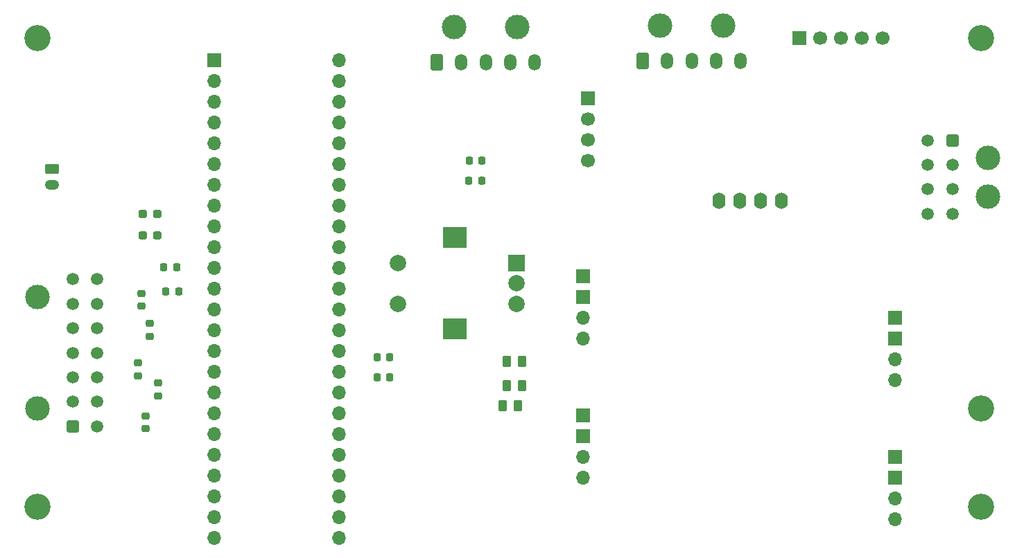
<source format=gts>
G04 #@! TF.GenerationSoftware,KiCad,Pcbnew,9.0.1*
G04 #@! TF.CreationDate,2025-06-05T12:53:07-07:00*
G04 #@! TF.ProjectId,chop_microcontroller_board,63686f70-5f6d-4696-9372-6f636f6e7472,rev?*
G04 #@! TF.SameCoordinates,Original*
G04 #@! TF.FileFunction,Soldermask,Top*
G04 #@! TF.FilePolarity,Negative*
%FSLAX46Y46*%
G04 Gerber Fmt 4.6, Leading zero omitted, Abs format (unit mm)*
G04 Created by KiCad (PCBNEW 9.0.1) date 2025-06-05 12:53:07*
%MOMM*%
%LPD*%
G01*
G04 APERTURE LIST*
G04 Aperture macros list*
%AMRoundRect*
0 Rectangle with rounded corners*
0 $1 Rounding radius*
0 $2 $3 $4 $5 $6 $7 $8 $9 X,Y pos of 4 corners*
0 Add a 4 corners polygon primitive as box body*
4,1,4,$2,$3,$4,$5,$6,$7,$8,$9,$2,$3,0*
0 Add four circle primitives for the rounded corners*
1,1,$1+$1,$2,$3*
1,1,$1+$1,$4,$5*
1,1,$1+$1,$6,$7*
1,1,$1+$1,$8,$9*
0 Add four rect primitives between the rounded corners*
20,1,$1+$1,$2,$3,$4,$5,0*
20,1,$1+$1,$4,$5,$6,$7,0*
20,1,$1+$1,$6,$7,$8,$9,0*
20,1,$1+$1,$8,$9,$2,$3,0*%
G04 Aperture macros list end*
%ADD10C,3.200000*%
%ADD11R,1.700000X1.700000*%
%ADD12O,1.700000X1.700000*%
%ADD13RoundRect,0.218750X0.218750X0.256250X-0.218750X0.256250X-0.218750X-0.256250X0.218750X-0.256250X0*%
%ADD14RoundRect,0.218750X-0.256250X0.218750X-0.256250X-0.218750X0.256250X-0.218750X0.256250X0.218750X0*%
%ADD15RoundRect,0.218750X-0.218750X-0.256250X0.218750X-0.256250X0.218750X0.256250X-0.218750X0.256250X0*%
%ADD16RoundRect,0.218750X0.256250X-0.218750X0.256250X0.218750X-0.256250X0.218750X-0.256250X-0.218750X0*%
%ADD17RoundRect,0.237500X0.287500X0.237500X-0.287500X0.237500X-0.287500X-0.237500X0.287500X-0.237500X0*%
%ADD18C,3.000000*%
%ADD19RoundRect,0.250001X-0.499999X-0.759999X0.499999X-0.759999X0.499999X0.759999X-0.499999X0.759999X0*%
%ADD20O,1.500000X2.020000*%
%ADD21RoundRect,0.250000X-0.625000X0.350000X-0.625000X-0.350000X0.625000X-0.350000X0.625000X0.350000X0*%
%ADD22O,1.750000X1.200000*%
%ADD23C,1.700000*%
%ADD24RoundRect,0.250000X-0.262500X-0.450000X0.262500X-0.450000X0.262500X0.450000X-0.262500X0.450000X0*%
%ADD25RoundRect,0.250001X-0.499999X0.499999X-0.499999X-0.499999X0.499999X-0.499999X0.499999X0.499999X0*%
%ADD26C,1.500000*%
%ADD27RoundRect,0.250001X0.499999X-0.499999X0.499999X0.499999X-0.499999X0.499999X-0.499999X-0.499999X0*%
%ADD28R,2.000000X2.000000*%
%ADD29C,2.000000*%
%ADD30R,3.000000X2.500000*%
%ADD31O,1.600000X2.000000*%
G04 APERTURE END LIST*
D10*
G04 #@! TO.C,MK2*
X208000000Y-77500000D03*
G04 #@! TD*
D11*
G04 #@! TO.C,U3*
X159430000Y-106670000D03*
X159430000Y-109210000D03*
D12*
X159430000Y-111750000D03*
X159430000Y-114290000D03*
D11*
X197530000Y-111710000D03*
X197530000Y-114250000D03*
D12*
X197530000Y-116790000D03*
X197530000Y-119330000D03*
G04 #@! TD*
D13*
G04 #@! TO.C,R16*
X147030000Y-94990000D03*
X145455000Y-94990000D03*
G04 #@! TD*
D14*
G04 #@! TO.C,R3*
X105000000Y-117212500D03*
X105000000Y-118787500D03*
G04 #@! TD*
D15*
G04 #@! TO.C,R30*
X108212500Y-105500000D03*
X109787500Y-105500000D03*
G04 #@! TD*
D16*
G04 #@! TO.C,R2*
X106500000Y-114002100D03*
X106500000Y-112427100D03*
G04 #@! TD*
D17*
G04 #@! TO.C,C3*
X107375000Y-101623200D03*
X105625000Y-101623200D03*
G04 #@! TD*
D18*
G04 #@! TO.C,J7*
X143650000Y-76180000D03*
X151350000Y-76180000D03*
D19*
X141500000Y-80500000D03*
D20*
X144500000Y-80500000D03*
X147500000Y-80500000D03*
X150500000Y-80500000D03*
X153500000Y-80500000D03*
G04 #@! TD*
D21*
G04 #@! TO.C,J14*
X94500000Y-93500000D03*
D22*
X94500000Y-95500000D03*
G04 #@! TD*
D18*
G04 #@! TO.C,J6*
X168800000Y-76000000D03*
X176500000Y-76000000D03*
D19*
X166650000Y-80320000D03*
D20*
X169650000Y-80320000D03*
X172650000Y-80320000D03*
X175650000Y-80320000D03*
X178650000Y-80320000D03*
G04 #@! TD*
D17*
G04 #@! TO.C,C4*
X107375000Y-99000000D03*
X105625000Y-99000000D03*
G04 #@! TD*
D14*
G04 #@! TO.C,R1*
X105500000Y-108712500D03*
X105500000Y-110287500D03*
G04 #@! TD*
D10*
G04 #@! TO.C,MK1*
X92769400Y-77500000D03*
G04 #@! TD*
D16*
G04 #@! TO.C,R4*
X107500000Y-121287500D03*
X107500000Y-119712500D03*
G04 #@! TD*
D11*
G04 #@! TO.C,U2*
X159430000Y-123670000D03*
X159430000Y-126210000D03*
D12*
X159430000Y-128750000D03*
X159430000Y-131290000D03*
D11*
X197530000Y-128710000D03*
X197530000Y-131250000D03*
D12*
X197530000Y-133790000D03*
X197530000Y-136330000D03*
G04 #@! TD*
D11*
G04 #@! TO.C,U4*
X160000000Y-84880000D03*
D23*
X160000000Y-87420000D03*
X160000000Y-89960000D03*
X160000000Y-92500000D03*
G04 #@! TD*
D15*
G04 #@! TO.C,R7*
X134212500Y-119010000D03*
X135787500Y-119010000D03*
G04 #@! TD*
D24*
G04 #@! TO.C,R18*
X150087500Y-117050000D03*
X151912500Y-117050000D03*
G04 #@! TD*
D15*
G04 #@! TO.C,R6*
X134212500Y-116500000D03*
X135787500Y-116500000D03*
G04 #@! TD*
D18*
G04 #@! TO.C,J12*
X208820000Y-92160000D03*
X208820000Y-96860000D03*
D25*
X204500000Y-90000000D03*
D26*
X204500000Y-93000000D03*
X204500000Y-96000000D03*
X204500000Y-99000000D03*
X201500000Y-90000000D03*
X201500000Y-93000000D03*
X201500000Y-96000000D03*
X201500000Y-99000000D03*
G04 #@! TD*
D15*
G04 #@! TO.C,R33*
X108425000Y-108500000D03*
X110000000Y-108500000D03*
G04 #@! TD*
D11*
G04 #@! TO.C,U1*
X114380000Y-80200000D03*
D12*
X114380000Y-82740000D03*
X114380000Y-85280000D03*
X114380000Y-87820000D03*
X114380000Y-90360000D03*
X114380000Y-92900000D03*
X114380000Y-95440000D03*
X114380000Y-97980000D03*
X114380000Y-100520000D03*
X114380000Y-103060000D03*
X114380000Y-105600000D03*
X114380000Y-108140000D03*
X114380000Y-110680000D03*
X114380000Y-113220000D03*
X114380000Y-115760000D03*
X114380000Y-118300000D03*
X114380000Y-120840000D03*
X114380000Y-123380000D03*
X114380000Y-125920000D03*
X114380000Y-128460000D03*
X114380000Y-131000000D03*
X114380000Y-133540000D03*
X114380000Y-136080000D03*
X114380000Y-138620000D03*
X129620000Y-138620000D03*
X129620000Y-136080000D03*
X129620000Y-133540000D03*
X129620000Y-131000000D03*
X129620000Y-128460000D03*
X129620000Y-125920000D03*
X129620000Y-123380000D03*
X129620000Y-120840000D03*
X129620000Y-118300000D03*
X129620000Y-115760000D03*
X129620000Y-113220000D03*
X129620000Y-110680000D03*
X129620000Y-108140000D03*
X129620000Y-105600000D03*
X129620000Y-103060000D03*
X129620000Y-100520000D03*
X129620000Y-97980000D03*
X129620000Y-95440000D03*
X129620000Y-92900000D03*
X129620000Y-90360000D03*
X129620000Y-87820000D03*
X129620000Y-85280000D03*
X129620000Y-82740000D03*
X129620000Y-80200000D03*
G04 #@! TD*
D10*
G04 #@! TO.C,MK3*
X92769400Y-134865000D03*
G04 #@! TD*
D13*
G04 #@! TO.C,R17*
X147075000Y-92500000D03*
X145500000Y-92500000D03*
G04 #@! TD*
D10*
G04 #@! TO.C,MK5*
X208000000Y-122840000D03*
G04 #@! TD*
G04 #@! TO.C,MK4*
X208000000Y-134865000D03*
G04 #@! TD*
D24*
G04 #@! TO.C,R20*
X149587500Y-122500000D03*
X151412500Y-122500000D03*
G04 #@! TD*
G04 #@! TO.C,R19*
X150087500Y-120000000D03*
X151912500Y-120000000D03*
G04 #@! TD*
D14*
G04 #@! TO.C,R5*
X106000000Y-123712500D03*
X106000000Y-125287500D03*
G04 #@! TD*
D18*
G04 #@! TO.C,J11*
X92765000Y-122840000D03*
X92765000Y-109140000D03*
D27*
X97085000Y-125000000D03*
D26*
X97085000Y-122000000D03*
X97085000Y-119000000D03*
X97085000Y-116000000D03*
X97085000Y-113000000D03*
X97085000Y-110000000D03*
X97085000Y-107000000D03*
X100085000Y-125000000D03*
X100085000Y-122000000D03*
X100085000Y-119000000D03*
X100085000Y-116000000D03*
X100085000Y-113000000D03*
X100085000Y-110000000D03*
X100085000Y-107000000D03*
G04 #@! TD*
D28*
G04 #@! TO.C,J3*
X151250000Y-105000000D03*
D29*
X151250000Y-110000000D03*
X151250000Y-107500000D03*
D30*
X143750000Y-113100000D03*
X143750000Y-101900000D03*
D29*
X136750000Y-105000000D03*
X136750000Y-110000000D03*
G04 #@! TD*
D11*
G04 #@! TO.C,J8*
X185840000Y-77500000D03*
D23*
X188380000Y-77500000D03*
X190920000Y-77500000D03*
X193460000Y-77500000D03*
X196000000Y-77500000D03*
G04 #@! TD*
D31*
G04 #@! TO.C,J2*
X183620000Y-97400000D03*
X181080000Y-97400000D03*
X178540000Y-97400000D03*
X176000000Y-97400000D03*
G04 #@! TD*
M02*

</source>
